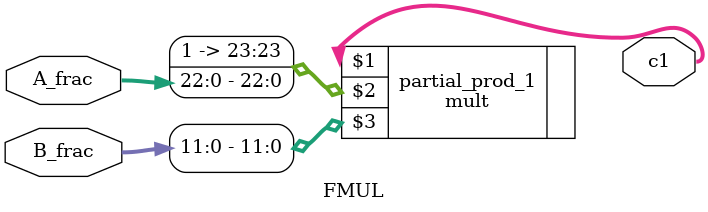
<source format=v>
`define exp_max 255
`define exp_bias 127
module FMUL(
	input [22:0] A_frac,
	input [22:0] B_frac,
	output [35:0] c1
    );
    
    mult partial_prod_1(c1, {1'b1, A_frac}, B_frac[11:0]);
endmodule
</source>
